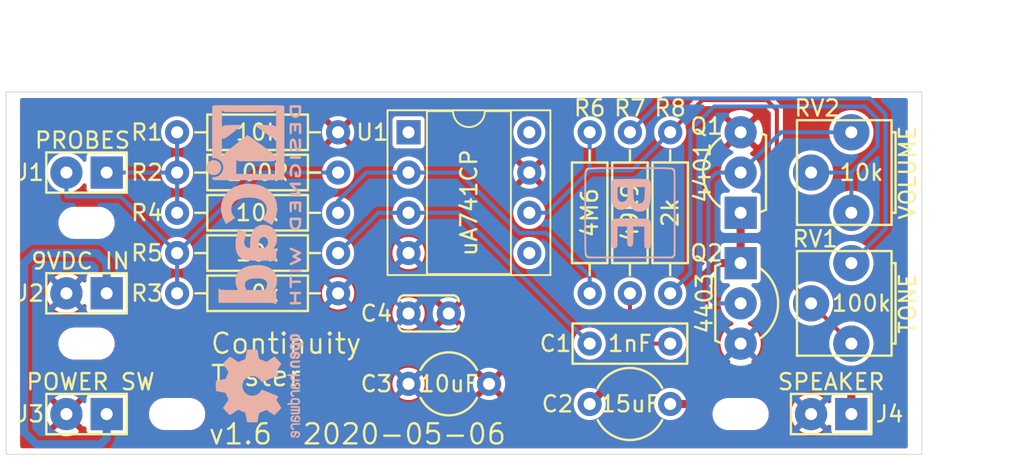
<source format=kicad_pcb>
(kicad_pcb (version 20171130) (host pcbnew "(5.1.5)-3")
  (title_block (title "Continuity Tester THT PCB") (date 2020-05-06) (rev 1.6))
  (layers (0 F.Cu signal) (31 B.Cu signal) (34 B.Paste user) (35 F.Paste user) (36 B.SilkS user) (37 F.SilkS user) (38 B.Mask user) (39 F.Mask user) (44 Edge.Cuts user))
  (net 0 "")
  (net 1 "Net-(C1-Pad2)")
  (net 2 "Net-(C1-Pad1)")
  (net 3 "Net-(C2-Pad2)")
  (net 4 "Net-(C2-Pad1)")
  (net 5 GND)
  (net 6 +9V)
  (net 7 "Net-(J1-Pad2)")
  (net 8 "Net-(J1-Pad1)")
  (net 9 "Net-(J2-Pad1)")
  (net 10 "Net-(Q1-Pad2)")
  (net 11 "Net-(R4-Pad1)")
  (net 12 "Net-(R6-Pad1)")
  (net 13 "Net-(U1-Pad5)")
  (net 14 "Net-(U1-Pad1)")
  (net 15 "Net-(R8-Pad1)")
  (net 16 "Net-(U1-Pad8)")
  (net 17 "Net-(R7-Pad1)")
  (module Symbol:OSHW-Logo2_7.3x6mm_SilkScreen (layer B.Cu) (at 117.602 94.742 270)
    (fp_text reference REF** hide)
    (fp_text value OSHW-Logo2_7.3x6mm_SilkScreen hide)
  )
  (module Symbol:KiCad-Logo2_5mm_SilkScreen (layer B.Cu) (at 117.221 83.312 270)
    (fp_text reference REF** hide)
    (fp_text value KiCad-Logo2_5mm_SilkScreen hide)
  )
  (module BE_TrimPot:Bourns_3329S_Vertical (layer F.Cu) (at 154.94 92.075 270)
    (fp_text reference RV1 (at -6.604 2.286 180) (layer F.SilkS) (effects (font (size 1.016 1.016) (thickness 0.1524))))
    (fp_text value 100k)
    (fp_text user %V (at -2.54 -0.635 180) (layer F.SilkS) (effects (font (size 1.016 1.016) (thickness 0.1524))))
    (pad 1 thru_hole circle (at 0 0 270) (size 2.286 2.286) (drill 0.762) (layers *.Cu *.Mask) (net 12 "Net-(R6-Pad1)"))
    (pad 2 thru_hole circle (at -2.54 2.54 270) (size 2.286 2.286) (drill 0.762) (layers *.Cu *.Mask) (net 12 "Net-(R6-Pad1)"))
    (pad 3 thru_hole circle (at -5.08 0 270) (size 2.286 2.286) (drill 0.762) (layers *.Cu *.Mask) (net 17 "Net-(R7-Pad1)"))
  )
  (module BE_Sockets:BE_DIP-8_Socket (layer F.Cu) (at 127 78.74)
    (fp_text reference U1 (at -2.286 0) (layer F.SilkS) (effects (font (size 1.016 1.016) (thickness 0.1524))))
    (fp_text value uA741CP)
    (fp_text user %V (at 3.81 4.445 90) (layer F.SilkS) (effects (font (size 1.016 1.016) (thickness 0.1524))))
    (pad 1 thru_hole rect (at 0 0) (size 1.524 1.524) (drill 0.762) (layers *.Cu *.Mask) (net 14 "Net-(U1-Pad1)"))
    (pad 5 thru_hole circle (at 7.62 7.62) (size 1.524 1.524) (drill 0.762) (layers *.Cu *.Mask) (net 13 "Net-(U1-Pad5)"))
    (pad 2 thru_hole circle (at 0 2.54) (size 1.524 1.524) (drill 0.762) (layers *.Cu *.Mask) (net 11 "Net-(R4-Pad1)"))
    (pad 6 thru_hole circle (at 7.62 5.08) (size 1.524 1.524) (drill 0.762) (layers *.Cu *.Mask) (net 12 "Net-(R6-Pad1)"))
    (pad 3 thru_hole circle (at 0 5.08) (size 1.524 1.524) (drill 0.762) (layers *.Cu *.Mask) (net 1 "Net-(C1-Pad2)"))
    (pad 7 thru_hole circle (at 7.62 2.54) (size 1.524 1.524) (drill 0.762) (layers *.Cu *.Mask) (net 6 +9V))
    (pad 4 thru_hole circle (at 0 7.62) (size 1.524 1.524) (drill 0.762) (layers *.Cu *.Mask) (net 5 GND))
    (pad 8 thru_hole circle (at 7.62 0) (size 1.524 1.524) (drill 0.762) (layers *.Cu *.Mask) (net 16 "Net-(U1-Pad8)"))
  )
  (module BE_Capacitors:BE_Cap_MLCC_95milx150mil_P100mil (layer F.Cu) (at 127 90.17)
    (fp_text reference C4 (at -2.032 0) (layer F.SilkS) (effects (font (size 1.016 1.016) (thickness 0.1524))))
    (fp_text value .1uF)
    (pad 2 thru_hole circle (at 2.54 0) (size 1.524 1.524) (drill 0.762) (layers *.Cu *.Mask) (net 6 +9V))
    (pad 1 thru_hole circle (at 0 0) (size 1.524 1.524) (drill 0.762) (layers *.Cu *.Mask) (net 5 GND))
  )
  (module BE_Capacitors:BE_Cap_Rect_100milx285mil_P200mil (layer F.Cu) (at 143.51 92.075 180)
    (fp_text reference C1 (at 7.239 0) (layer F.SilkS) (effects (font (size 1.016 1.016) (thickness 0.1524))))
    (fp_text value 1nF)
    (fp_text user %V (at 2.54 0) (layer F.SilkS) (effects (font (size 1.016 1.016) (thickness 0.1524))))
    (pad 2 thru_hole circle (at 5.08 0 180) (size 1.524 1.524) (drill 0.762) (layers *.Cu *.Mask) (net 1 "Net-(C1-Pad2)"))
    (pad 1 thru_hole circle (at 0 0 180) (size 1.524 1.524) (drill 0.762) (layers *.Cu *.Mask) (net 2 "Net-(C1-Pad1)"))
  )
  (module BE_Capacitors:BE_Cap_Tant_D160mil_P200mil (layer F.Cu) (at 132.08 94.615 180)
    (fp_text reference C3 (at 7.112 0) (layer F.SilkS) (effects (font (size 1.016 1.016) (thickness 0.1524))))
    (fp_text value 10uF)
    (fp_text user %V (at 2.54 0) (layer F.SilkS) (effects (font (size 1.016 1.016) (thickness 0.1524))))
    (pad 2 thru_hole circle (at 5.08 0 180) (size 1.524 1.524) (drill 0.762) (layers *.Cu *.Mask) (net 5 GND))
    (pad 1 thru_hole circle (at 0 0 180) (size 1.524 1.524) (drill 0.762) (layers *.Cu *.Mask) (net 6 +9V))
  )
  (module BE_Capacitors:BE_Cap_Tant_D180mil_P200mil (layer F.Cu) (at 138.43 95.885)
    (fp_text reference C2 (at -2.032 0) (layer F.SilkS) (effects (font (size 1.016 1.016) (thickness 0.1524))))
    (fp_text value 15uF)
    (fp_text user %V (at 2.54 0) (layer F.SilkS) (effects (font (size 1.016 1.016) (thickness 0.1524))))
    (pad 1 thru_hole circle (at 0 0) (size 1.524 1.524) (drill 0.762) (layers *.Cu *.Mask) (net 4 "Net-(C2-Pad1)"))
    (pad 2 thru_hole circle (at 5.08 0) (size 1.524 1.524) (drill 0.762) (layers *.Cu *.Mask) (net 3 "Net-(C2-Pad2)"))
  )
  (module BE_TrimPot:Bourns_3329S_Vertical (layer F.Cu) (at 154.94 83.82 270)
    (fp_text reference RV2 (at -6.604 2.159 180) (layer F.SilkS) (effects (font (size 1.016 1.016) (thickness 0.1524))))
    (fp_text value 10k)
    (fp_text user %V (at -2.54 -0.635 180) (layer F.SilkS) (effects (font (size 1.016 1.016) (thickness 0.1524))))
    (pad 1 thru_hole circle (at 0 0 270) (size 2.286 2.286) (drill 0.762) (layers *.Cu *.Mask) (net 15 "Net-(R8-Pad1)"))
    (pad 2 thru_hole circle (at -2.54 2.54 270) (size 2.286 2.286) (drill 0.762) (layers *.Cu *.Mask) (net 15 "Net-(R8-Pad1)"))
    (pad 3 thru_hole circle (at -5.08 0 270) (size 2.286 2.286) (drill 0.762) (layers *.Cu *.Mask) (net 10 "Net-(Q1-Pad2)"))
  )
  (module BE_Conn:SolderWirePad_1x02_Pitch100mil_Drill30mil (layer F.Cu) (at 107.95 81.28 180)
    (fp_text reference J1 (at 4.826 0) (layer F.SilkS) (effects (font (size 1.016 1.016) (thickness 0.1524))))
    (fp_text value PROBES)
    (fp_text user %V (at 1.524 2.032) (layer F.SilkS) (effects (font (size 1.016 1.016) (thickness 0.1524))))
    (pad 1 thru_hole rect (at 0 0 180) (size 2.032 2.032) (drill 0.762) (layers *.Cu *.Mask) (net 8 "Net-(J1-Pad1)"))
    (pad 2 thru_hole circle (at 2.54 0 180) (size 2.032 2.032) (drill 0.762) (layers *.Cu *.Mask) (net 7 "Net-(J1-Pad2)"))
  )
  (module BE_Resistors:BE_Resistor_THT_Axial_.100x.400 (layer F.Cu) (at 143.51 88.9 90)
    (fp_text reference R8 (at 11.684 0 180) (layer F.SilkS) (effects (font (size 1.016 1.016) (thickness 0.1524))))
    (fp_text value 2k)
    (fp_text user %V (at 5.08 0 90) (layer F.SilkS) (effects (font (size 1.016 1.016) (thickness 0.1524))))
    (pad 2 thru_hole circle (at 10.16 0 90) (size 1.524 1.524) (drill 0.762) (layers *.Cu *.Mask) (net 12 "Net-(R6-Pad1)"))
    (pad 1 thru_hole circle (at 0 0 90) (size 1.524 1.524) (drill 0.762) (layers *.Cu *.Mask) (net 15 "Net-(R8-Pad1)"))
  )
  (module BE_Resistors:BE_Resistor_THT_Axial_.100x.400 (layer F.Cu) (at 140.97 78.74 270)
    (fp_text reference R7 (at -1.524 0 180) (layer F.SilkS) (effects (font (size 1.016 1.016) (thickness 0.1524))))
    (fp_text value 49k9)
    (fp_text user %V (at 5.08 0 90) (layer F.SilkS) (effects (font (size 1.016 1.016) (thickness 0.1524))))
    (pad 2 thru_hole circle (at 10.16 0 270) (size 1.524 1.524) (drill 0.762) (layers *.Cu *.Mask) (net 2 "Net-(C1-Pad1)"))
    (pad 1 thru_hole circle (at 0 0 270) (size 1.524 1.524) (drill 0.762) (layers *.Cu *.Mask) (net 17 "Net-(R7-Pad1)"))
  )
  (module BE_Resistors:BE_Resistor_THT_Axial_.100x.400 (layer F.Cu) (at 138.43 78.74 270)
    (fp_text reference R6 (at -1.524 0 180) (layer F.SilkS) (effects (font (size 1.016 1.016) (thickness 0.1524))))
    (fp_text value 4M6)
    (fp_text user %V (at 5.08 0 90) (layer F.SilkS) (effects (font (size 1.016 1.016) (thickness 0.1524))))
    (pad 2 thru_hole circle (at 10.16 0 270) (size 1.524 1.524) (drill 0.762) (layers *.Cu *.Mask) (net 11 "Net-(R4-Pad1)"))
    (pad 1 thru_hole circle (at 0 0 270) (size 1.524 1.524) (drill 0.762) (layers *.Cu *.Mask) (net 12 "Net-(R6-Pad1)"))
  )
  (module BE_Resistors:BE_Resistor_THT_Axial_.100x.400 (layer F.Cu) (at 122.555 86.36 180)
    (fp_text reference R5 (at 12.065 0) (layer F.SilkS) (effects (font (size 1.016 1.016) (thickness 0.1524))))
    (fp_text value 10k)
    (fp_text user %V (at 5.08 0) (layer F.SilkS) (effects (font (size 1.016 1.016) (thickness 0.1524))))
    (pad 2 thru_hole circle (at 10.16 0 180) (size 1.524 1.524) (drill 0.762) (layers *.Cu *.Mask) (net 7 "Net-(J1-Pad2)"))
    (pad 1 thru_hole circle (at 0 0 180) (size 1.524 1.524) (drill 0.762) (layers *.Cu *.Mask) (net 1 "Net-(C1-Pad2)"))
  )
  (module BE_Resistors:BE_Resistor_THT_Axial_.100x.400 (layer F.Cu) (at 122.555 83.82 180)
    (fp_text reference R4 (at 12.065 0) (layer F.SilkS) (effects (font (size 1.016 1.016) (thickness 0.1524))))
    (fp_text value 10k)
    (fp_text user %V (at 5.08 0) (layer F.SilkS) (effects (font (size 1.016 1.016) (thickness 0.1524))))
    (pad 2 thru_hole circle (at 10.16 0 180) (size 1.524 1.524) (drill 0.762) (layers *.Cu *.Mask) (net 8 "Net-(J1-Pad1)"))
    (pad 1 thru_hole circle (at 0 0 180) (size 1.524 1.524) (drill 0.762) (layers *.Cu *.Mask) (net 11 "Net-(R4-Pad1)"))
  )
  (module BE_Resistors:BE_Resistor_THT_Axial_.100x.400 (layer F.Cu) (at 112.395 88.9)
    (fp_text reference R3 (at -1.905 0) (layer F.SilkS) (effects (font (size 1.016 1.016) (thickness 0.1524))))
    (fp_text value 10k)
    (fp_text user %V (at 5.08 0) (layer F.SilkS) (effects (font (size 1.016 1.016) (thickness 0.1524))))
    (pad 2 thru_hole circle (at 10.16 0) (size 1.524 1.524) (drill 0.762) (layers *.Cu *.Mask) (net 5 GND))
    (pad 1 thru_hole circle (at 0 0) (size 1.524 1.524) (drill 0.762) (layers *.Cu *.Mask) (net 7 "Net-(J1-Pad2)"))
  )
  (module BE_Resistors:BE_Resistor_THT_Axial_.100x.400 (layer F.Cu) (at 112.395 81.28)
    (fp_text reference R2 (at -1.905 0) (layer F.SilkS) (effects (font (size 1.016 1.016) (thickness 0.1524))))
    (fp_text value 100R)
    (fp_text user %V (at 5.08 0) (layer F.SilkS) (effects (font (size 1.016 1.016) (thickness 0.1524))))
    (pad 2 thru_hole circle (at 10.16 0) (size 1.524 1.524) (drill 0.762) (layers *.Cu *.Mask) (net 7 "Net-(J1-Pad2)"))
    (pad 1 thru_hole circle (at 0 0) (size 1.524 1.524) (drill 0.762) (layers *.Cu *.Mask) (net 8 "Net-(J1-Pad1)"))
  )
  (module BE_Resistors:BE_Resistor_THT_Axial_.100x.400 (layer F.Cu) (at 122.555 78.74 180)
    (fp_text reference R1 (at 12.065 0) (layer F.SilkS) (effects (font (size 1.016 1.016) (thickness 0.1524))))
    (fp_text value 10k)
    (fp_text user %V (at 5.08 0) (layer F.SilkS) (effects (font (size 1.016 1.016) (thickness 0.1524))))
    (pad 2 thru_hole circle (at 10.16 0 180) (size 1.524 1.524) (drill 0.762) (layers *.Cu *.Mask) (net 8 "Net-(J1-Pad1)"))
    (pad 1 thru_hole circle (at 0 0 180) (size 1.524 1.524) (drill 0.762) (layers *.Cu *.Mask) (net 6 +9V))
  )
  (module BE_Conn:SolderWirePad_1x02_Pitch100mil_Drill30mil (layer F.Cu) (at 154.94 96.52 180)
    (fp_text reference J4 (at -2.413 0) (layer F.SilkS) (effects (font (size 1.016 1.016) (thickness 0.1524))))
    (fp_text value SPEAKER)
    (fp_text user %V (at 1.27 2.032) (layer F.SilkS) (effects (font (size 1.016 1.016) (thickness 0.1524))))
    (pad 1 thru_hole rect (at 0 0 180) (size 2.032 2.032) (drill 0.762) (layers *.Cu *.Mask) (net 3 "Net-(C2-Pad2)"))
    (pad 2 thru_hole circle (at 2.54 0 180) (size 2.032 2.032) (drill 0.762) (layers *.Cu *.Mask) (net 5 GND))
  )
  (module BE_Conn:SolderWirePad_1x02_Pitch100mil_Drill30mil (layer F.Cu) (at 107.95 96.52 180)
    (fp_text reference J3 (at 4.826 0) (layer F.SilkS) (effects (font (size 1.016 1.016) (thickness 0.1524))))
    (fp_text value "POWER SW")
    (fp_text user %V (at 1.016 2.032) (layer F.SilkS) (effects (font (size 1.016 1.016) (thickness 0.1524))))
    (pad 1 thru_hole rect (at 0 0 180) (size 2.032 2.032) (drill 0.762) (layers *.Cu *.Mask) (net 9 "Net-(J2-Pad1)"))
    (pad 2 thru_hole circle (at 2.54 0 180) (size 2.032 2.032) (drill 0.762) (layers *.Cu *.Mask) (net 6 +9V))
  )
  (module BE_Conn:SolderWirePad_1x02_Pitch100mil_Drill30mil (layer F.Cu) (at 107.95 88.9 180)
    (fp_text reference J2 (at 4.826 0) (layer F.SilkS) (effects (font (size 1.016 1.016) (thickness 0.1524))))
    (fp_text value "9VDC IN")
    (fp_text user %V (at 1.651 2.032) (layer F.SilkS) (effects (font (size 1.016 1.016) (thickness 0.1524))))
    (pad 1 thru_hole rect (at 0 0 180) (size 2.032 2.032) (drill 0.762) (layers *.Cu *.Mask) (net 9 "Net-(J2-Pad1)"))
    (pad 2 thru_hole circle (at 2.54 0 180) (size 2.032 2.032) (drill 0.762) (layers *.Cu *.Mask) (net 5 GND))
  )
  (module BE_Transistors:TO92-3_Formed_Leads (layer F.Cu) (at 147.955 86.995 270)
    (fp_text reference Q2 (at -0.635 2.159) (layer F.SilkS) (effects (font (size 1.016 1.016) (thickness 0.1524))))
    (fp_text value 2N4403)
    (pad 1 thru_hole rect (at 0 0 90) (size 2.032 2.032) (drill 0.762) (layers *.Cu *.Mask) (net 4 "Net-(C2-Pad1)"))
    (pad 2 thru_hole circle (at 2.54 0 90) (size 2.032 2.032) (drill 0.762) (layers *.Cu *.Mask) (net 10 "Net-(Q1-Pad2)"))
    (pad 3 thru_hole circle (at 5.08 0 90) (size 2.032 2.032) (drill 0.762) (layers *.Cu *.Mask) (net 5 GND))
  )
  (module BE_Transistors:TO92-3_Formed_Leads (layer F.Cu) (at 147.955 83.82 90)
    (fp_text reference Q1 (at 5.461 -2.159) (layer F.SilkS) (effects (font (size 1.016 1.016) (thickness 0.1524))))
    (fp_text value 2N4401)
    (pad 1 thru_hole rect (at 0 0 270) (size 2.032 2.032) (drill 0.762) (layers *.Cu *.Mask) (net 4 "Net-(C2-Pad1)"))
    (pad 2 thru_hole circle (at 2.54 0 270) (size 2.032 2.032) (drill 0.762) (layers *.Cu *.Mask) (net 10 "Net-(Q1-Pad2)"))
    (pad 3 thru_hole circle (at 5.08 0 270) (size 2.032 2.032) (drill 0.762) (layers *.Cu *.Mask) (net 6 +9V))
  )
  (module BE_MountingHoles:BE_WireSlot_W120mil_H60mil (layer F.Cu) (at 147.955 96.52)
    (fp_text reference REF** hide)
    (fp_text value BE_WireSlot_W120mil_H60mil hide)
    (pad "" np_thru_hole oval (at 0 0) (size 3.048 1.524) (drill oval 3.048 1.524) (layers *.Cu *.Mask))
  )
  (module BE_MountingHoles:BE_WireSlot_W120mil_H60mil (layer F.Cu) (at 106.68 84.455)
    (fp_text reference REF** hide)
    (fp_text value BE_WireSlot_W120mil_H60mil hide)
    (pad "" np_thru_hole oval (at 0 0) (size 3.048 1.524) (drill oval 3.048 1.524) (layers *.Cu *.Mask))
  )
  (module BE_MountingHoles:BE_WireSlot_W120mil_H60mil (layer F.Cu) (at 106.68 92.075)
    (fp_text reference REF** hide)
    (fp_text value BE_WireSlot_W120mil_H60mil hide)
    (pad "" np_thru_hole oval (at 0 0) (size 3.048 1.524) (drill oval 3.048 1.524) (layers *.Cu *.Mask))
  )
  (module BE_MountingHoles:BE_WireSlot_W120mil_H60mil (layer F.Cu) (at 112.395 96.52)
    (fp_text reference REF** hide)
    (fp_text value BE_WireSlot_W120mil_H60mil hide)
    (pad "" np_thru_hole oval (at 0 0) (size 3.048 1.524) (drill oval 3.048 1.524) (layers *.Cu *.Mask))
  )
  (module "BE_Logos:BE_Logo_(.25_x_.25)" (layer B.Cu) (at 140.97 83.82 270)
    (fp_text reference G*** hide)
    (fp_text value LOGO hide)
  )
  (gr_text "v1.6  2020-05-06" (at 114.3 97.79) (layer F.SilkS) (effects (font (size 1.27 1.27) (thickness 0.1524)) (justify left)))
  (gr_text TONE (at 158.496 89.535 90) (layer F.SilkS) (effects (font (size 1.016 1.016) (thickness 0.1524))))
  (gr_text VOLUME (at 158.496 81.28 90) (layer F.SilkS) (effects (font (size 1.016 1.016) (thickness 0.1524))))
  (gr_text "Continuity\nTester" (at 114.427 93.091) (layer F.SilkS) (effects (font (size 1.27 1.27) (thickness 0.1524)) (justify left)))
  (gr_line (start 159.385 99.06) (end 101.6 99.06) (layer Edge.Cuts) (width 0.05))
  (gr_text 4403 (at 145.669 89.535 90) (layer F.SilkS) (effects (font (size 1 1))))
  (gr_text 4401 (at 145.542 81.28 90) (layer F.SilkS) (effects (font (size 1 1))))
  (gr_line (start 101.6 99.06) (end 101.6 76.2) (layer Edge.Cuts) (width 0.05))
  (gr_line (start 159.385 76.2) (end 159.385 99.06) (layer Edge.Cuts) (width 0.05))
  (gr_line (start 101.6 76.2) (end 159.385 76.2) (layer Edge.Cuts) (width 0.05))
  (segment (start 125.095 83.82) (end 127 83.82) (width 0.254) (layer B.Cu) (net 1))
  (segment (start 122.555 86.36) (end 125.095 83.82) (width 0.254) (layer B.Cu) (net 1))
  (segment (start 130.175 83.82) (end 138.43 92.075) (width 0.254) (layer B.Cu) (net 1))
  (segment (start 127 83.82) (end 130.175 83.82) (width 0.254) (layer B.Cu) (net 1))
  (segment (start 140.97 90.932) (end 140.97 88.9) (width 0.254) (layer F.Cu) (net 2))
  (segment (start 143.51 92.075) (end 142.113 92.075) (width 0.254) (layer F.Cu) (net 2))
  (segment (start 142.113 92.075) (end 140.97 90.932) (width 0.254) (layer F.Cu) (net 2))
  (segment (start 154.94 94.615) (end 154.94 96.52) (width 0.508) (layer F.Cu) (net 3))
  (segment (start 154.178 93.853) (end 154.94 94.615) (width 0.508) (layer F.Cu) (net 3))
  (segment (start 147.32 93.853) (end 154.178 93.853) (width 0.508) (layer F.Cu) (net 3))
  (segment (start 143.51 95.885) (end 145.288 95.885) (width 0.508) (layer F.Cu) (net 3))
  (segment (start 145.288 95.885) (end 147.32 93.853) (width 0.508) (layer F.Cu) (net 3))
  (segment (start 147.955 83.82) (end 147.955 86.995) (width 0.508) (layer F.Cu) (net 4))
  (segment (start 146.431 86.995) (end 145.669 87.757) (width 0.508) (layer F.Cu) (net 4))
  (segment (start 144.653 93.726) (end 140.589 93.726) (width 0.508) (layer F.Cu) (net 4))
  (segment (start 145.669 92.71) (end 144.653 93.726) (width 0.508) (layer F.Cu) (net 4))
  (segment (start 140.589 93.726) (end 138.43 95.885) (width 0.508) (layer F.Cu) (net 4))
  (segment (start 147.955 86.995) (end 146.431 86.995) (width 0.508) (layer F.Cu) (net 4))
  (segment (start 145.669 87.757) (end 145.669 92.71) (width 0.508) (layer F.Cu) (net 4))
  (segment (start 117.475 81.28) (end 122.555 81.28) (width 0.254) (layer B.Cu) (net 7))
  (segment (start 112.395 86.36) (end 117.475 81.28) (width 0.254) (layer B.Cu) (net 7))
  (segment (start 112.395 86.36) (end 112.395 88.9) (width 0.254) (layer B.Cu) (net 7))
  (segment (start 105.41 81.28) (end 105.41 82.804) (width 0.254) (layer B.Cu) (net 7))
  (segment (start 108.839 82.804) (end 112.395 86.36) (width 0.254) (layer B.Cu) (net 7))
  (segment (start 105.41 82.804) (end 108.839 82.804) (width 0.254) (layer B.Cu) (net 7))
  (segment (start 107.95 81.28) (end 112.395 81.28) (width 0.254) (layer B.Cu) (net 8))
  (segment (start 112.395 78.74) (end 112.395 83.82) (width 0.254) (layer B.Cu) (net 8))
  (segment (start 103.505 98.425) (end 107.569 98.425) (width 0.508) (layer B.Cu) (net 9))
  (segment (start 102.743 97.663) (end 103.505 98.425) (width 0.508) (layer B.Cu) (net 9))
  (segment (start 107.569 98.425) (end 107.95 98.044) (width 0.508) (layer B.Cu) (net 9))
  (segment (start 107.95 86.995) (end 107.315 86.36) (width 0.508) (layer B.Cu) (net 9))
  (segment (start 107.315 86.36) (end 103.378 86.36) (width 0.508) (layer B.Cu) (net 9))
  (segment (start 103.378 86.36) (end 102.743 86.995) (width 0.508) (layer B.Cu) (net 9))
  (segment (start 107.95 98.044) (end 107.95 96.52) (width 0.508) (layer B.Cu) (net 9))
  (segment (start 107.95 88.9) (end 107.95 86.995) (width 0.508) (layer B.Cu) (net 9))
  (segment (start 102.743 86.995) (end 102.743 97.663) (width 0.508) (layer B.Cu) (net 9))
  (segment (start 147.15316 89.535) (end 148.59 89.535) (width 0.254) (layer B.Cu) (net 10))
  (segment (start 151.384 78.74) (end 154.94 78.74) (width 0.254) (layer B.Cu) (net 10))
  (segment (start 147.955 89.535) (end 147.15316 89.535) (width 0.254) (layer B.Cu) (net 10))
  (segment (start 150.495 78.74) (end 151.384 78.74) (width 0.254) (layer B.Cu) (net 10))
  (segment (start 147.955 81.28) (end 150.495 78.74) (width 0.254) (layer B.Cu) (net 10))
  (segment (start 146.304 89.535) (end 147.15316 89.535) (width 0.254) (layer B.Cu) (net 10))
  (segment (start 145.923 89.154) (end 146.304 89.535) (width 0.254) (layer B.Cu) (net 10))
  (segment (start 145.923 81.788) (end 145.923 89.154) (width 0.254) (layer B.Cu) (net 10))
  (segment (start 147.955 81.28) (end 146.431 81.28) (width 0.254) (layer B.Cu) (net 10))
  (segment (start 146.431 81.28) (end 145.923 81.788) (width 0.254) (layer B.Cu) (net 10))
  (segment (start 130.190059 81.28) (end 127 81.28) (width 0.254) (layer B.Cu) (net 11))
  (segment (start 134.000059 85.09) (end 130.190059 81.28) (width 0.254) (layer B.Cu) (net 11))
  (segment (start 135.69763 85.09) (end 134.000059 85.09) (width 0.254) (layer B.Cu) (net 11))
  (segment (start 138.43 88.9) (end 138.43 87.82237) (width 0.254) (layer B.Cu) (net 11))
  (segment (start 138.43 87.82237) (end 135.69763 85.09) (width 0.254) (layer B.Cu) (net 11))
  (segment (start 124.333 81.28) (end 127 81.28) (width 0.254) (layer B.Cu) (net 11))
  (segment (start 122.555 83.82) (end 122.555 83.058) (width 0.254) (layer B.Cu) (net 11))
  (segment (start 122.555 83.058) (end 124.333 81.28) (width 0.254) (layer B.Cu) (net 11))
  (segment (start 135.75137 83.82) (end 138.43 81.14137) (width 0.254) (layer B.Cu) (net 12))
  (segment (start 134.62 83.82) (end 135.75137 83.82) (width 0.254) (layer B.Cu) (net 12))
  (segment (start 152.4 89.535) (end 154.94 92.075) (width 0.254) (layer F.Cu) (net 12))
  (segment (start 151.257001 88.392001) (end 152.4 89.535) (width 0.254) (layer F.Cu) (net 12))
  (segment (start 145.542 76.708) (end 149.606 76.708) (width 0.254) (layer F.Cu) (net 12))
  (segment (start 143.51 78.74) (end 145.542 76.708) (width 0.254) (layer F.Cu) (net 12))
  (segment (start 149.606 76.708) (end 150.241 77.343) (width 0.254) (layer F.Cu) (net 12))
  (segment (start 150.241 77.343) (end 150.241 87.376) (width 0.254) (layer F.Cu) (net 12))
  (segment (start 150.241 87.376) (end 151.257001 88.392001) (width 0.254) (layer F.Cu) (net 12))
  (segment (start 138.43 80.264) (end 138.43 78.74) (width 0.254) (layer B.Cu) (net 12))
  (segment (start 138.43 81.14137) (end 138.43 80.264) (width 0.254) (layer B.Cu) (net 12))
  (segment (start 138.44163 81.153) (end 138.43 81.14137) (width 0.254) (layer B.Cu) (net 12))
  (segment (start 143.51 78.74) (end 141.097 81.153) (width 0.254) (layer B.Cu) (net 12))
  (segment (start 141.097 81.153) (end 138.44163 81.153) (width 0.254) (layer B.Cu) (net 12))
  (segment (start 154.94 81.28) (end 152.4 81.28) (width 0.254) (layer B.Cu) (net 15))
  (segment (start 154.94 83.82) (end 154.94 81.28) (width 0.254) (layer B.Cu) (net 15))
  (segment (start 156.591 77.9145) (end 156.591 79.629) (width 0.254) (layer B.Cu) (net 15))
  (segment (start 144.78 87.63) (end 144.78 78.613) (width 0.254) (layer B.Cu) (net 15))
  (segment (start 143.51 88.9) (end 144.78 87.63) (width 0.254) (layer B.Cu) (net 15))
  (segment (start 144.78 78.613) (end 146.278979 77.114021) (width 0.254) (layer B.Cu) (net 15))
  (segment (start 156.591 79.629) (end 154.94 81.28) (width 0.254) (layer B.Cu) (net 15))
  (segment (start 146.278979 77.114021) (end 155.790521 77.114021) (width 0.254) (layer B.Cu) (net 15))
  (segment (start 155.790521 77.114021) (end 156.591 77.9145) (width 0.254) (layer B.Cu) (net 15))
  (segment (start 156.082999 85.852001) (end 154.94 86.995) (width 0.254) (layer B.Cu) (net 17))
  (segment (start 143.10399 76.60601) (end 156.10801 76.60601) (width 0.254) (layer B.Cu) (net 17))
  (segment (start 140.97 78.74) (end 143.10399 76.60601) (width 0.254) (layer B.Cu) (net 17))
  (segment (start 157.099 84.836) (end 156.082999 85.852001) (width 0.254) (layer B.Cu) (net 17))
  (segment (start 156.10801 76.60601) (end 157.099 77.597) (width 0.254) (layer B.Cu) (net 17))
  (segment (start 157.099 77.597) (end 157.099 84.836) (width 0.254) (layer B.Cu) (net 17))
  (zone (net 5) (net_name GND) (layer B.Cu) (connect_pads (clearance 0.254)) (min_thickness 0.254) (fill yes (arc_segments 32) (thermal_gap 0.381) (thermal_bridge_width 0.381))
    (polygon (pts (xy 159.385 99.06) (xy 101.6 99.06) (xy 101.6 76.2) (xy 159.385 76.2)))
  )
  (zone (net 6) (net_name +9V) (layer F.Cu) (connect_pads (clearance 0.254)) (min_thickness 0.254) (fill yes (arc_segments 32) (thermal_gap 0.381) (thermal_bridge_width 0.381))
    (polygon (pts (xy 159.385 99.06) (xy 101.6 99.06) (xy 101.6 76.2) (xy 159.385 76.2)))
  )
  (zone (net 0) (net_name "") (layers F&B.Cu) (connect_pads (clearance 0.254)) (min_thickness 0.254)
    (keepout (tracks allowed) (vias allowed) (copperpour not_allowed))
    (fill (arc_segments 32) (thermal_gap 0.508) (thermal_bridge_width 0.508))
    (polygon (pts (xy 159.766 99.441) (xy 101.219 99.441) (xy 101.219 75.819) (xy 159.766 75.819)))
    (polygon (pts (xy 102.489 76.581) (xy 102.489 98.679) (xy 158.496 98.679) (xy 158.496 76.581)))
  )
)
</source>
